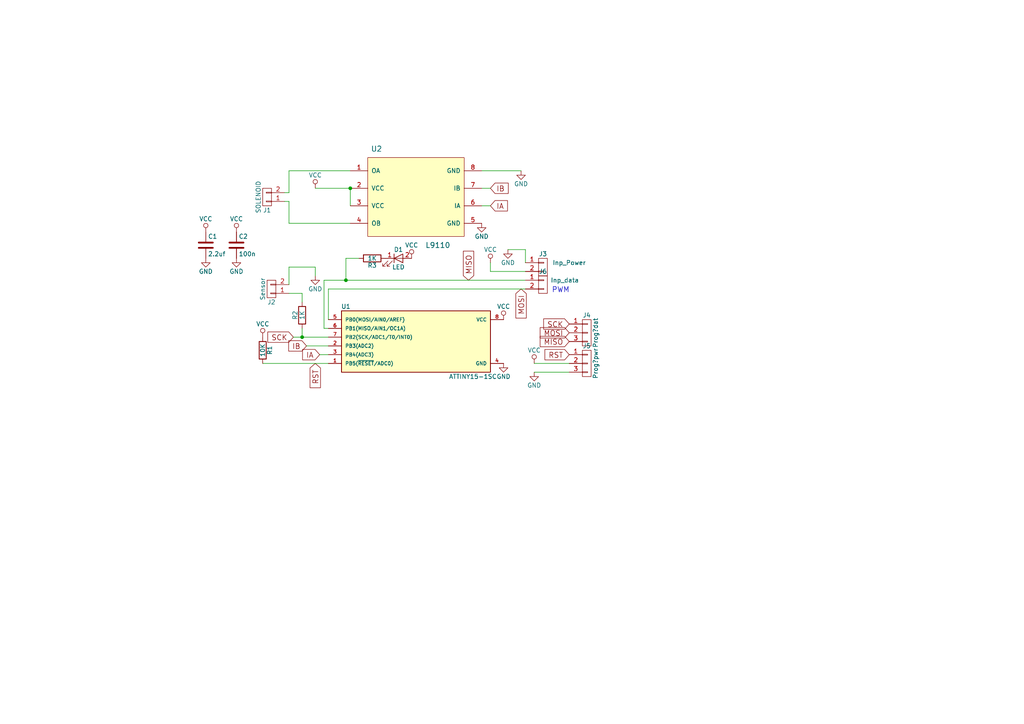
<source format=kicad_sch>
(kicad_sch (version 20230121) (generator eeschema)
  (paper "A4")
  (lib_symbols
    (symbol "BedLevelingSensor-rescue:ATTINY15-1SC" (pin_names (offset 1.016))
      (property "Reference" "U" (at -20.32 10.16 0))
      (property "Value" "ATTINY15-1SC" (at 16.51 -10.16 0))
      (symbol "ATTINY15-1SC_0_1"
        (rectangle (start -21.59 8.89) (end 21.59 -8.89) (stroke (width 0.254)) (fill (type background)))
      )
      (symbol "ATTINY15-1SC_1_1"
        (pin bidirectional line (at -25.4 -6.35 0) (length 3.81) (name "PB5(~{RESET}/ADC0)") (number "1"))
        (pin bidirectional line (at -25.4 -1.27 0) (length 3.81) (name "PB3(ADC2)") (number "2"))
        (pin bidirectional line (at -25.4 -3.81 0) (length 3.81) (name "PB4(ADC3)") (number "3"))
        (pin power_in line (at 25.4 -6.35 180) (length 3.81) (name "GND") (number "4"))
        (pin bidirectional line (at -25.4 6.35 0) (length 3.81) (name "PB0(MOSI/AIN0/AREF)") (number "5"))
        (pin bidirectional line (at -25.4 3.81 0) (length 3.81) (name "PB1(MISO/AIN1/OC1A)") (number "6"))
        (pin bidirectional line (at -25.4 1.27 0) (length 3.81) (name "PB2(SCK/ADC1/T0/INT0)") (number "7"))
        (pin power_in line (at 25.4 6.35 180) (length 3.81) (name "VCC") (number "8"))
      )
    )
    (symbol "BedLevelingSensor-rescue:C" (pin_numbers hide) (pin_names (offset 0.254))
      (property "Reference" "C" (at 0.635 2.54 0))
      (property "Value" "C" (at 0.635 -2.54 0))
      (symbol "C_0_1"
        (polyline (pts (xy -2.032 -0.762) (xy 2.032 -0.762)) (stroke (width 0.508)))
        (polyline (pts (xy -2.032 0.762) (xy 2.032 0.762)) (stroke (width 0.508)))
      )
      (symbol "C_1_1"
        (pin passive line (at 0 3.81 270) (length 2.794) (name "~") (number "1"))
        (pin passive line (at 0 -3.81 90) (length 2.794) (name "~") (number "2"))
      )
    )
    (symbol "BedLevelingSensor-rescue:CONN_01X02" (pin_names (offset 1.016) hide)
      (property "Reference" "J" (at 0 3.81 0))
      (property "Value" "CONN_01X02" (at 2.54 0 90))
      (symbol "CONN_01X02_0_1"
        (rectangle (start -1.27 -1.143) (end 0.254 -1.397))
        (rectangle (start -1.27 1.397) (end 0.254 1.143))
        (rectangle (start -1.27 2.54) (end 1.27 -2.54))
      )
      (symbol "CONN_01X02_1_1"
        (pin passive line (at -5.08 1.27 0) (length 3.81) (name "P1") (number "1"))
        (pin passive line (at -5.08 -1.27 0) (length 3.81) (name "P2") (number "2"))
      )
    )
    (symbol "BedLevelingSensor-rescue:CONN_01X03" (pin_names (offset 1.016) hide)
      (property "Reference" "J" (at 0 5.08 0))
      (property "Value" "CONN_01X03" (at 2.54 0 90))
      (symbol "CONN_01X03_0_1"
        (rectangle (start -1.27 -2.413) (end 0.254 -2.667))
        (rectangle (start -1.27 0.127) (end 0.254 -0.127))
        (rectangle (start -1.27 2.667) (end 0.254 2.413))
        (rectangle (start -1.27 3.81) (end 1.27 -3.81))
      )
      (symbol "CONN_01X03_1_1"
        (pin passive line (at -5.08 2.54 0) (length 3.81) (name "P1") (number "1"))
        (pin passive line (at -5.08 0 0) (length 3.81) (name "P2") (number "2"))
        (pin passive line (at -5.08 -2.54 0) (length 3.81) (name "P3") (number "3"))
      )
    )
    (symbol "BedLevelingSensor-rescue:GND" (power) (pin_names (offset 0))
      (property "Value" "GND" (at 0 -3.81 0))
      (symbol "GND_0_1"
        (polyline (pts (xy 0 0) (xy 0 -1.27) (xy 1.27 -1.27) (xy 0 -2.54) (xy -1.27 -1.27) (xy 0 -1.27)))
      )
      (symbol "GND_1_1"
        (pin power_in line (at 0 0 270) (length 0) hide (name "GND") (number "1"))
      )
    )
    (symbol "BedLevelingSensor-rescue:LED" (pin_names (offset 1.016) hide)
      (property "Reference" "D" (at 0 2.54 0))
      (property "Value" "LED" (at 0 -2.54 0))
      (symbol "LED_0_1"
        (polyline (pts (xy -1.27 -1.27) (xy -1.27 1.27)) (stroke (width 0.2032)))
        (polyline (pts (xy -1.27 0) (xy 1.27 0)))
        (polyline (pts (xy 1.27 -1.27) (xy 1.27 1.27) (xy -1.27 0) (xy 1.27 -1.27)) (stroke (width 0.2032)))
        (polyline (pts (xy -3.048 -0.762) (xy -4.572 -2.286) (xy -3.81 -2.286) (xy -4.572 -2.286) (xy -4.572 -1.524)))
        (polyline (pts (xy -1.778 -0.762) (xy -3.302 -2.286) (xy -2.54 -2.286) (xy -3.302 -2.286) (xy -3.302 -1.524)))
      )
      (symbol "LED_1_1"
        (pin passive line (at -3.81 0 0) (length 2.54) (name "K") (number "1"))
        (pin passive line (at 3.81 0 180) (length 2.54) (name "A") (number "2"))
      )
    )
    (symbol "BedLevelingSensor-rescue:R" (pin_numbers hide) (pin_names (offset 0))
      (property "Reference" "R" (at 2.032 0 90))
      (property "Value" "R" (at 0 0 90))
      (symbol "R_0_1"
        (rectangle (start -1.016 -2.54) (end 1.016 2.54) (stroke (width 0.254)))
      )
      (symbol "R_1_1"
        (pin passive line (at 0 3.81 270) (length 1.27) (name "~") (number "1"))
        (pin passive line (at 0 -3.81 90) (length 1.27) (name "~") (number "2"))
      )
    )
    (symbol "BedLevelingSensor-rescue:VCC" (power) (pin_names (offset 0))
      (property "Value" "VCC" (at 0 3.81 0))
      (symbol "VCC_0_1"
        (polyline (pts (xy 0 0) (xy 0 1.27)))
        (circle (center 0 1.905) (radius 0.635))
      )
      (symbol "VCC_1_1"
        (pin power_in line (at 0 0 90) (length 0) hide (name "VCC") (number "1"))
      )
    )
    (symbol "l9110:L9110" (pin_names (offset 1.016))
      (property "Reference" "U" (at -12.7 13.97 0))
      (property "Value" "L9110" (at 5.08 -13.97 0))
      (symbol "L9110_0_1"
        (rectangle (start -15.24 11.43) (end 12.7 -11.43) (fill (type background)))
      )
      (symbol "L9110_1_1"
        (pin output line (at -20.32 7.62 0) (length 5.08) (name "OA") (number "1"))
        (pin power_in line (at -20.32 2.54 0) (length 5.08) (name "VCC") (number "2"))
        (pin power_in line (at -20.32 -2.54 0) (length 5.08) (name "VCC") (number "3"))
        (pin output line (at -20.32 -7.62 0) (length 5.08) (name "OB") (number "4"))
        (pin power_out line (at 17.78 -7.62 180) (length 5.08) (name "GND") (number "5"))
        (pin input line (at 17.78 -2.54 180) (length 5.08) (name "IA") (number "6"))
        (pin input line (at 17.78 2.54 180) (length 5.08) (name "IB") (number "7"))
        (pin power_in line (at 17.78 7.62 180) (length 5.08) (name "GND") (number "8"))
      )
    )
  )
  (junction (at 87.63 97.79))
  (junction (at 101.6 54.61))
  (junction (at 100.33 81.28))
  (wire (pts (xy 76.2 105.41) (xy 95.25 105.41)))
  (wire (pts (xy 152.4 72.39) (xy 152.4 76.2)))
  (wire (pts (xy 91.44 54.61) (xy 101.6 54.61)))
  (wire (pts (xy 83.82 82.55) (xy 83.82 77.47)))
  (wire (pts (xy 152.4 78.74) (xy 142.24 78.74)))
  (wire (pts (xy 91.44 77.47) (xy 83.82 77.47)))
  (wire (pts (xy 142.24 54.61) (xy 139.7 54.61)))
  (wire (pts (xy 95.25 100.33) (xy 88.9 100.33)))
  (wire (pts (xy 147.32 72.39) (xy 152.4 72.39)))
  (wire (pts (xy 104.14 74.93) (xy 100.33 74.93)))
  (wire (pts (xy 87.63 87.63) (xy 87.63 85.09)))
  (wire (pts (xy 93.98 81.28) (xy 100.33 81.28)))
  (wire (pts (xy 87.63 95.25) (xy 87.63 97.79)))
  (wire (pts (xy 95.25 83.82) (xy 95.25 92.71)))
  (wire (pts (xy 83.82 58.42) (xy 83.82 64.77)))
  (wire (pts (xy 82.55 55.88) (xy 83.82 55.88)))
  (wire (pts (xy 82.55 58.42) (xy 83.82 58.42)))
  (wire (pts (xy 95.25 95.25) (xy 93.98 95.25)))
  (wire (pts (xy 87.63 97.79) (xy 95.25 97.79)))
  (wire (pts (xy 87.63 85.09) (xy 83.82 85.09)))
  (wire (pts (xy 142.24 78.74) (xy 142.24 76.2)))
  (wire (pts (xy 95.25 102.87) (xy 92.71 102.87)))
  (wire (pts (xy 152.4 83.82) (xy 95.25 83.82)))
  (wire (pts (xy 83.82 64.77) (xy 101.6 64.77)))
  (wire (pts (xy 151.13 49.53) (xy 139.7 49.53)))
  (wire (pts (xy 91.44 80.01) (xy 91.44 77.47)))
  (wire (pts (xy 83.82 55.88) (xy 83.82 49.53)))
  (wire (pts (xy 85.09 97.79) (xy 87.63 97.79)))
  (wire (pts (xy 100.33 74.93) (xy 100.33 81.28)))
  (wire (pts (xy 101.6 54.61) (xy 101.6 59.69)))
  (wire (pts (xy 142.24 59.69) (xy 139.7 59.69)))
  (wire (pts (xy 93.98 95.25) (xy 93.98 81.28)))
  (wire (pts (xy 165.1 107.95) (xy 154.94 107.95)))
  (wire (pts (xy 100.33 81.28) (xy 152.4 81.28)))
  (wire (pts (xy 83.82 49.53) (xy 101.6 49.53)))
  (wire (pts (xy 165.1 105.41) (xy 154.94 105.41)))
  (text "PWM" (at 160.02 85.09 0) (effects (font (size 1.524 1.524)) (justify left bottom)))
  (global_label "MISO" (shape input) (at 165.1 99.06 180) (effects (font (size 1.524 1.524))) (property "Intersheetrefs" "${INTERSHEET_REFS}" (effects hide)))
  (global_label "IA" (shape input) (at 92.71 102.87 180) (effects (font (size 1.524 1.524))) (property "Intersheetrefs" "${INTERSHEET_REFS}" (effects hide)))
  (global_label "IA" (shape input) (at 142.24 59.69 0) (effects (font (size 1.524 1.524))) (property "Intersheetrefs" "${INTERSHEET_REFS}" (effects hide)))
  (global_label "SCK" (shape input) (at 85.09 97.79 180) (effects (font (size 1.524 1.524))) (property "Intersheetrefs" "${INTERSHEET_REFS}" (effects hide)))
  (global_label "MISO" (shape input) (at 135.89 81.28 90) (effects (font (size 1.524 1.524))) (property "Intersheetrefs" "${INTERSHEET_REFS}" (effects hide)))
  (global_label "MOSI" (shape input) (at 151.13 83.82 270) (effects (font (size 1.524 1.524))) (property "Intersheetrefs" "${INTERSHEET_REFS}" (effects hide)))
  (global_label "RST" (shape input) (at 165.1 102.87 180) (effects (font (size 1.524 1.524))) (property "Intersheetrefs" "${INTERSHEET_REFS}" (effects hide)))
  (global_label "SCK" (shape input) (at 165.1 93.98 180) (effects (font (size 1.524 1.524))) (property "Intersheetrefs" "${INTERSHEET_REFS}" (effects hide)))
  (global_label "IB" (shape input) (at 142.24 54.61 0) (effects (font (size 1.524 1.524))) (property "Intersheetrefs" "${INTERSHEET_REFS}" (effects hide)))
  (global_label "IB" (shape input) (at 88.9 100.33 180) (effects (font (size 1.524 1.524))) (property "Intersheetrefs" "${INTERSHEET_REFS}" (effects hide)))
  (global_label "MOSI" (shape input) (at 165.1 96.52 180) (effects (font (size 1.524 1.524))) (property "Intersheetrefs" "${INTERSHEET_REFS}" (effects hide)))
  (global_label "RST" (shape input) (at 91.44 105.41 270) (effects (font (size 1.524 1.524))) (property "Intersheetrefs" "${INTERSHEET_REFS}" (effects hide)))
  (symbol (lib_id "BedLevelingSensor-rescue:ATTINY15-1SC") (at 120.65 99.06 0) (unit 1)
    (property "Reference" "U1" (at 100.33 88.9 0))
    (property "Value" "ATTINY15-1SC" (at 137.16 109.22 0))
    (property "Footprint" "SMD_Packages:SOIC-8-N" (effects hide))
  )
  (symbol (lib_id "BedLevelingSensor-rescue:GND") (at 146.05 105.41 0) (unit 1)
    (property "Reference" "#PWR12" (effects hide))
    (property "Value" "GND" (at 146.05 109.22 0))
  )
  (symbol (lib_id "BedLevelingSensor-rescue:VCC") (at 146.05 92.71 0) (unit 1)
    (property "Reference" "#PWR11" (effects hide))
    (property "Value" "VCC" (at 146.05 88.9 0))
  )
  (symbol (lib_id "BedLevelingSensor-rescue:R") (at 76.2 101.6 0) (unit 1)
    (property "Reference" "R1" (at 78.232 101.6 90))
    (property "Value" "10K" (at 76.2 101.6 90))
    (property "Footprint" "Resistors_SMD:R_0603_HandSoldering" (effects hide))
  )
  (symbol (lib_id "BedLevelingSensor-rescue:VCC") (at 76.2 97.79 0) (unit 1)
    (property "Reference" "#PWR5" (effects hide))
    (property "Value" "VCC" (at 76.2 93.98 0))
  )
  (symbol (lib_id "l9110:L9110") (at 121.92 57.15 0) (unit 1)
    (property "Reference" "U2" (at 109.22 43.18 0) (effects (font (size 1.524 1.524))))
    (property "Value" "L9110" (at 127 71.12 0) (effects (font (size 1.524 1.524))))
    (property "Footprint" "Housings_SOIC:SOIC-8_3.9x4.9mm_Pitch1.27mm" (effects hide))
  )
  (symbol (lib_id "BedLevelingSensor-rescue:GND") (at 139.7 64.77 0) (unit 1)
    (property "Reference" "#PWR9" (effects hide))
    (property "Value" "GND" (at 139.7 68.58 0))
  )
  (symbol (lib_id "BedLevelingSensor-rescue:GND") (at 151.13 49.53 0) (unit 1)
    (property "Reference" "#PWR14" (effects hide))
    (property "Value" "GND" (at 151.13 53.34 0))
  )
  (symbol (lib_id "BedLevelingSensor-rescue:VCC") (at 91.44 54.61 0) (unit 1)
    (property "Reference" "#PWR6" (effects hide))
    (property "Value" "VCC" (at 91.44 50.8 0))
  )
  (symbol (lib_id "BedLevelingSensor-rescue:CONN_01X02") (at 77.47 57.15 180) (unit 1)
    (property "Reference" "J1" (at 77.47 60.96 0))
    (property "Value" "SOLENOID" (at 74.93 57.15 90))
    (property "Footprint" "Capacitors_SMD:C_1210_HandSoldering" (effects hide))
  )
  (symbol (lib_id "BedLevelingSensor-rescue:CONN_01X02") (at 78.74 83.82 180) (unit 1)
    (property "Reference" "J2" (at 78.74 87.63 0))
    (property "Value" "Sensor" (at 76.2 83.82 90))
    (property "Footprint" "Capacitors_SMD:C_1210_HandSoldering" (effects hide))
  )
  (symbol (lib_id "BedLevelingSensor-rescue:R") (at 87.63 91.44 180) (unit 1)
    (property "Reference" "R2" (at 85.598 91.44 90))
    (property "Value" "1K" (at 87.63 91.44 90))
    (property "Footprint" "Resistors_SMD:R_0603_HandSoldering" (effects hide))
  )
  (symbol (lib_id "BedLevelingSensor-rescue:GND") (at 91.44 80.01 0) (unit 1)
    (property "Reference" "#PWR7" (effects hide))
    (property "Value" "GND" (at 91.44 83.82 0))
  )
  (symbol (lib_id "BedLevelingSensor-rescue:GND") (at 147.32 72.39 0) (unit 1)
    (property "Reference" "#PWR13" (effects hide))
    (property "Value" "GND" (at 147.32 76.2 0))
  )
  (symbol (lib_id "BedLevelingSensor-rescue:VCC") (at 142.24 76.2 0) (unit 1)
    (property "Reference" "#PWR10" (effects hide))
    (property "Value" "VCC" (at 142.24 72.39 0))
  )
  (symbol (lib_id "BedLevelingSensor-rescue:LED") (at 115.57 74.93 0) (unit 1)
    (property "Reference" "D1" (at 115.57 72.39 0))
    (property "Value" "LED" (at 115.57 77.47 0))
    (property "Footprint" "LEDs:LED_0805" (effects hide))
  )
  (symbol (lib_id "BedLevelingSensor-rescue:R") (at 107.95 74.93 270) (unit 1)
    (property "Reference" "R3" (at 107.95 76.962 90))
    (property "Value" "1K" (at 107.95 74.93 90))
    (property "Footprint" "Resistors_SMD:R_0603_HandSoldering" (effects hide))
  )
  (symbol (lib_id "BedLevelingSensor-rescue:CONN_01X03") (at 170.18 96.52 0) (unit 1)
    (property "Reference" "J4" (at 170.18 91.44 0))
    (property "Value" "Prog?dat" (at 172.72 96.52 90))
    (property "Footprint" "Connectors:GS3" (effects hide))
  )
  (symbol (lib_id "BedLevelingSensor-rescue:CONN_01X03") (at 170.18 105.41 0) (unit 1)
    (property "Reference" "J5" (at 170.18 100.33 0))
    (property "Value" "Prog?pwr" (at 172.72 105.41 90))
    (property "Footprint" "Connectors:GS3" (effects hide))
  )
  (symbol (lib_id "BedLevelingSensor-rescue:VCC") (at 154.94 105.41 0) (unit 1)
    (property "Reference" "#PWR15" (effects hide))
    (property "Value" "VCC" (at 154.94 101.6 0))
  )
  (symbol (lib_id "BedLevelingSensor-rescue:GND") (at 154.94 107.95 0) (unit 1)
    (property "Reference" "#PWR16" (effects hide))
    (property "Value" "GND" (at 154.94 111.76 0))
  )
  (symbol (lib_id "BedLevelingSensor-rescue:C") (at 68.58 71.12 0) (unit 1)
    (property "Reference" "C2" (at 69.215 68.58 0) (effects (justify left)))
    (property "Value" "100n" (at 69.215 73.66 0) (effects (justify left)))
    (property "Footprint" "Capacitors_SMD:C_0603_HandSoldering" (effects hide))
  )
  (symbol (lib_id "BedLevelingSensor-rescue:C") (at 59.69 71.12 0) (unit 1)
    (property "Reference" "C1" (at 60.325 68.58 0) (effects (justify left)))
    (property "Value" "2.2uf" (at 60.325 73.66 0) (effects (justify left)))
    (property "Footprint" "Capacitors_SMD:C_0603_HandSoldering" (effects hide))
  )
  (symbol (lib_id "BedLevelingSensor-rescue:GND") (at 68.58 74.93 0) (unit 1)
    (property "Reference" "#PWR4" (effects hide))
    (property "Value" "GND" (at 68.58 78.74 0))
  )
  (symbol (lib_id "BedLevelingSensor-rescue:GND") (at 59.69 74.93 0) (unit 1)
    (property "Reference" "#PWR2" (effects hide))
    (property "Value" "GND" (at 59.69 78.74 0))
  )
  (symbol (lib_id "BedLevelingSensor-rescue:VCC") (at 68.58 67.31 0) (unit 1)
    (property "Reference" "#PWR3" (effects hide))
    (property "Value" "VCC" (at 68.58 63.5 0))
  )
  (symbol (lib_id "BedLevelingSensor-rescue:VCC") (at 59.69 67.31 0) (unit 1)
    (property "Reference" "#PWR1" (effects hide))
    (property "Value" "VCC" (at 59.69 63.5 0))
  )
  (symbol (lib_id "BedLevelingSensor-rescue:VCC") (at 119.38 74.93 0) (unit 1)
    (property "Reference" "#PWR8" (effects hide))
    (property "Value" "VCC" (at 119.38 71.12 0))
  )
  (symbol (lib_id "BedLevelingSensor-rescue:CONN_01X02") (at 157.48 77.47 0) (unit 1)
    (property "Reference" "J3" (at 157.48 73.66 0))
    (property "Value" "Inp_Power" (at 165.1 76.2 0))
    (property "Footprint" "Connectors:GS2" (effects hide))
  )
  (symbol (lib_id "BedLevelingSensor-rescue:CONN_01X02") (at 157.48 82.55 0) (unit 1)
    (property "Reference" "J6" (at 157.48 78.74 0))
    (property "Value" "Inp_data" (at 163.83 81.28 0))
    (property "Footprint" "Connectors:GS2" (effects hide))
  )
)
</source>
